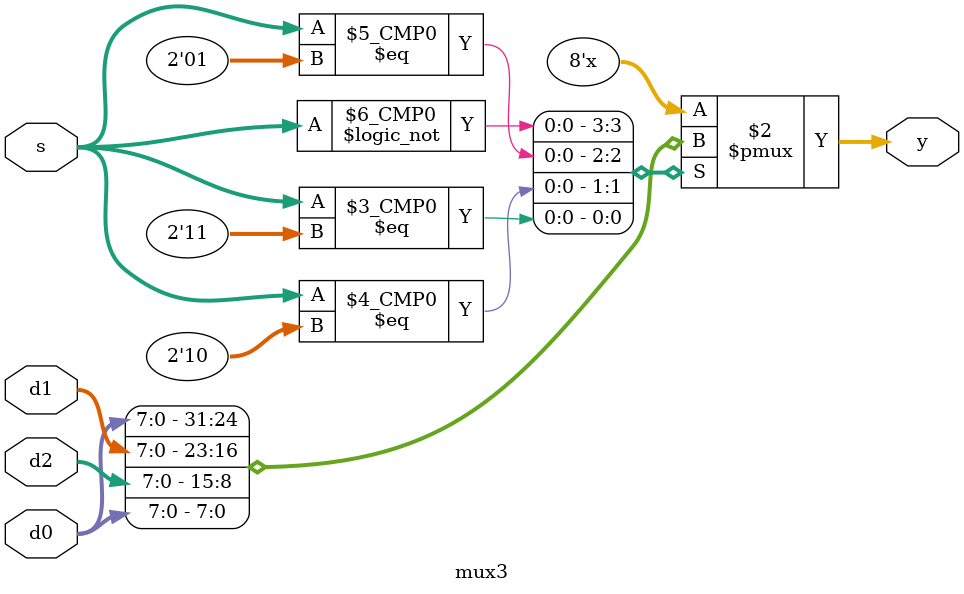
<source format=v>
module mux3 #(parameter WIDTH=8) (
    input [WIDTH-1:0] d0,d1,d2,
    input [1:0] s,
    output reg [WIDTH-1:0] y
);
    always @(*) begin
        case(s)
            2'b00: y = d0;
            2'b01: y = d1;
            2'b10: y = d2;
            2'b11: y = d0; //不发生
        endcase
    end
endmodule
</source>
